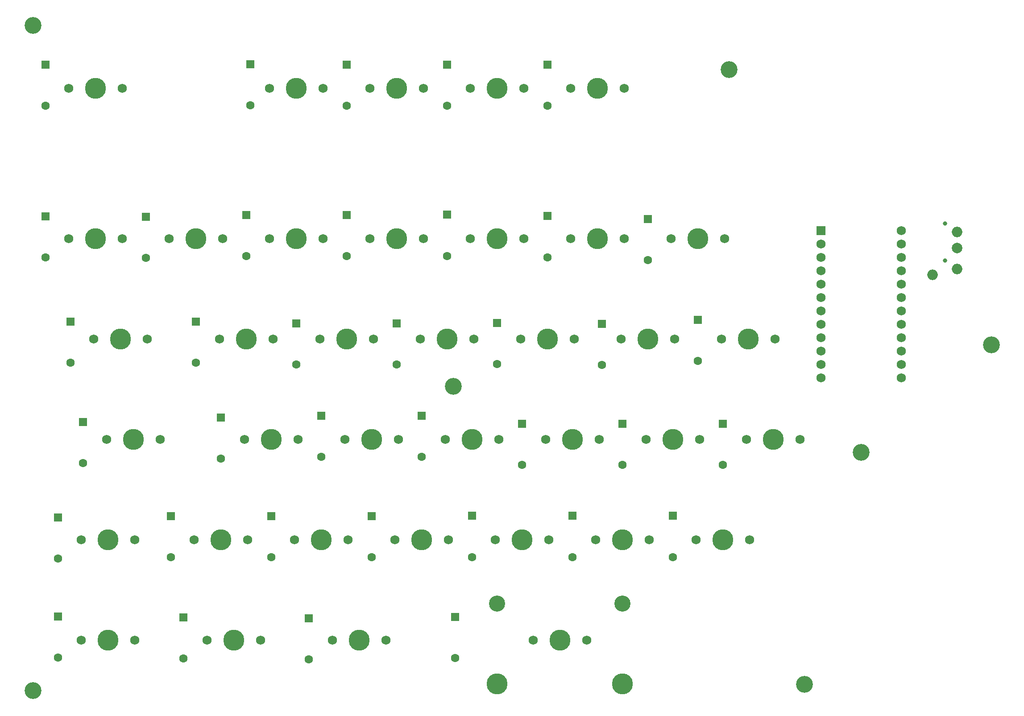
<source format=gbr>
%TF.GenerationSoftware,KiCad,Pcbnew,(5.1.4)-1*%
%TF.CreationDate,2021-04-07T12:38:03+03:00*%
%TF.ProjectId,SplitH,53706c69-7448-42e6-9b69-6361645f7063,rev?*%
%TF.SameCoordinates,Original*%
%TF.FileFunction,Soldermask,Top*%
%TF.FilePolarity,Negative*%
%FSLAX46Y46*%
G04 Gerber Fmt 4.6, Leading zero omitted, Abs format (unit mm)*
G04 Created by KiCad (PCBNEW (5.1.4)-1) date 2021-04-07 12:38:03*
%MOMM*%
%LPD*%
G04 APERTURE LIST*
%ADD10C,1.750000*%
%ADD11C,3.987800*%
%ADD12C,1.752600*%
%ADD13R,1.752600X1.752600*%
%ADD14C,3.200000*%
%ADD15C,3.048000*%
%ADD16C,1.600000*%
%ADD17R,1.600000X1.600000*%
%ADD18O,2.000000X2.000000*%
%ADD19C,0.800000*%
%ADD20C,2.000000*%
G04 APERTURE END LIST*
D10*
%TO.C,SW8*%
X52705200Y-57150240D03*
X42545200Y-57150240D03*
D11*
X47625200Y-57150240D03*
%TD*%
%TO.C,SW32*%
X133350000Y-76200000D03*
D10*
X128270000Y-76200000D03*
X138430000Y-76200000D03*
%TD*%
D12*
%TO.C,J1*%
X181451980Y-55626000D03*
X166211980Y-83566000D03*
X181451980Y-58166000D03*
X181451980Y-60706000D03*
X181451980Y-63246000D03*
X181451980Y-65786000D03*
X181451980Y-68326000D03*
X181451980Y-70866000D03*
X181451980Y-73406000D03*
X181451980Y-75946000D03*
X181451980Y-78486000D03*
X181451980Y-81026000D03*
X181451980Y-83566000D03*
X166211980Y-81026000D03*
X166211980Y-78486000D03*
X166211980Y-75946000D03*
X166211980Y-73406000D03*
X166211980Y-70866000D03*
X166211980Y-68326000D03*
X166211980Y-65786000D03*
X166211980Y-63246000D03*
X166211980Y-60706000D03*
X166211980Y-58166000D03*
D13*
X166211980Y-55626000D03*
%TD*%
D10*
%TO.C,SW10*%
X66992760Y-95250400D03*
X56832760Y-95250400D03*
D11*
X61912760Y-95250400D03*
%TD*%
D10*
%TO.C,SW16*%
X86042840Y-95250400D03*
X75882840Y-95250400D03*
D11*
X80962840Y-95250400D03*
%TD*%
D10*
%TO.C,SW18*%
X83661580Y-133350560D03*
X73501580Y-133350560D03*
D11*
X78581580Y-133350560D03*
%TD*%
%TO.C,SW38*%
X152400000Y-76200000D03*
D10*
X147320000Y-76200000D03*
X157480000Y-76200000D03*
%TD*%
%TO.C,SW5*%
X36036380Y-114300480D03*
X25876380Y-114300480D03*
D11*
X30956380Y-114300480D03*
%TD*%
D10*
%TO.C,SW3*%
X38417640Y-76200320D03*
X28257640Y-76200320D03*
D11*
X33337640Y-76200320D03*
%TD*%
D14*
%TO.C,REF\002A\002A*%
X96441030Y-85130060D03*
%TD*%
D11*
%TO.C,SW24*%
X116681250Y-133350000D03*
D10*
X111601250Y-133350000D03*
X121761250Y-133350000D03*
D15*
X104775000Y-126365000D03*
X128587500Y-126365000D03*
D11*
X104775000Y-141605000D03*
X128587500Y-141605000D03*
%TD*%
D16*
%TO.C,D32*%
X124618750Y-81092200D03*
D17*
X124618750Y-73292200D03*
%TD*%
D16*
%TO.C,D24*%
X96837500Y-136723450D03*
D17*
X96837500Y-128923450D03*
%TD*%
D11*
%TO.C,SW37*%
X142875000Y-57150000D03*
D10*
X137795000Y-57150000D03*
X147955000Y-57150000D03*
%TD*%
D11*
%TO.C,SW34*%
X128587500Y-114300000D03*
D10*
X123507500Y-114300000D03*
X133667500Y-114300000D03*
%TD*%
D11*
%TO.C,SW31*%
X123825000Y-57150000D03*
D10*
X118745000Y-57150000D03*
X128905000Y-57150000D03*
%TD*%
D11*
%TO.C,SW33*%
X138112500Y-95250000D03*
D10*
X133032500Y-95250000D03*
X143192500Y-95250000D03*
%TD*%
D11*
%TO.C,SW39*%
X157162500Y-95250000D03*
D10*
X152082500Y-95250000D03*
X162242500Y-95250000D03*
%TD*%
D11*
%TO.C,SW40*%
X147637500Y-114300000D03*
D10*
X142557500Y-114300000D03*
X152717500Y-114300000D03*
%TD*%
D16*
%TO.C,D31*%
X114300000Y-60642200D03*
D17*
X114300000Y-52842200D03*
%TD*%
D11*
%TO.C,SW7*%
X66675000Y-28575000D03*
D10*
X61595000Y-28575000D03*
X71755000Y-28575000D03*
%TD*%
D16*
%TO.C,D37*%
X133350000Y-61179700D03*
D17*
X133350000Y-53379700D03*
%TD*%
D16*
%TO.C,D7*%
X57943750Y-31810950D03*
D17*
X57943750Y-24010950D03*
%TD*%
D10*
%TO.C,SW21*%
X100330400Y-76200320D03*
X90170400Y-76200320D03*
D11*
X95250400Y-76200320D03*
%TD*%
D10*
%TO.C,SW25*%
X128905000Y-28575120D03*
X118745000Y-28575120D03*
D11*
X123825000Y-28575120D03*
%TD*%
D10*
%TO.C,SW26*%
X109855000Y-57150000D03*
X99695000Y-57150000D03*
D11*
X104775000Y-57150000D03*
%TD*%
D10*
%TO.C,SW14*%
X71755280Y-57150240D03*
X61595280Y-57150240D03*
D11*
X66675280Y-57150240D03*
%TD*%
D10*
%TO.C,SW2*%
X33655120Y-57150240D03*
X23495120Y-57150240D03*
D11*
X28575120Y-57150240D03*
%TD*%
D14*
%TO.C,REF\002A\002A*%
X173831980Y-97631660D03*
%TD*%
%TO.C,REF\002A\002A*%
X148828750Y-25003230D03*
%TD*%
%TO.C,REF\002A\002A*%
X16668820Y-142875600D03*
%TD*%
%TO.C,REF\002A\002A*%
X16668820Y-16668820D03*
%TD*%
%TO.C,REF\002A\002A*%
X198532550Y-77240175D03*
%TD*%
%TO.C,REF\002A\002A*%
X163116310Y-141684970D03*
%TD*%
D10*
%TO.C,SW12*%
X59848980Y-133350560D03*
X49688980Y-133350560D03*
D11*
X54768980Y-133350560D03*
%TD*%
D10*
%TO.C,SW6*%
X36036380Y-133350560D03*
X25876380Y-133350560D03*
D11*
X30956380Y-133350560D03*
%TD*%
D10*
%TO.C,SW4*%
X40798900Y-95250400D03*
X30638900Y-95250400D03*
D11*
X35718900Y-95250400D03*
%TD*%
D10*
%TO.C,SW29*%
X114617500Y-114300000D03*
X104457500Y-114300000D03*
D11*
X109537500Y-114300000D03*
%TD*%
D10*
%TO.C,SW28*%
X124142500Y-95250000D03*
X113982500Y-95250000D03*
D11*
X119062500Y-95250000D03*
%TD*%
D10*
%TO.C,SW27*%
X119380000Y-76200000D03*
X109220000Y-76200000D03*
D11*
X114300000Y-76200000D03*
%TD*%
D10*
%TO.C,SW23*%
X95567880Y-114300480D03*
X85407880Y-114300480D03*
D11*
X90487880Y-114300480D03*
%TD*%
D10*
%TO.C,SW22*%
X105092920Y-95250400D03*
X94932920Y-95250400D03*
D11*
X100012920Y-95250400D03*
%TD*%
D10*
%TO.C,SW20*%
X90805360Y-57150240D03*
X80645360Y-57150240D03*
D11*
X85725360Y-57150240D03*
%TD*%
D10*
%TO.C,SW19*%
X109855360Y-28575120D03*
X99695360Y-28575120D03*
D11*
X104775360Y-28575120D03*
%TD*%
D10*
%TO.C,SW17*%
X76517800Y-114300480D03*
X66357800Y-114300480D03*
D11*
X71437800Y-114300480D03*
%TD*%
D10*
%TO.C,SW15*%
X81280320Y-76200320D03*
X71120320Y-76200320D03*
D11*
X76200320Y-76200320D03*
%TD*%
D10*
%TO.C,SW13*%
X90805000Y-28575120D03*
X80645000Y-28575120D03*
D11*
X85725000Y-28575120D03*
%TD*%
D10*
%TO.C,SW11*%
X57467720Y-114300480D03*
X47307720Y-114300480D03*
D11*
X52387720Y-114300480D03*
%TD*%
D10*
%TO.C,SW9*%
X62230240Y-76200320D03*
X52070240Y-76200320D03*
D11*
X57150240Y-76200320D03*
%TD*%
D10*
%TO.C,SW1*%
X33655120Y-28575120D03*
X23495120Y-28575120D03*
D11*
X28575120Y-28575120D03*
%TD*%
D18*
%TO.C,J2*%
X187424000Y-63980000D03*
X192024000Y-62880000D03*
X192024000Y-55880000D03*
D19*
X189724000Y-61280000D03*
X189724000Y-54280000D03*
D20*
X192024000Y-58880000D03*
%TD*%
D16*
%TO.C,D40*%
X138112500Y-117535950D03*
D17*
X138112500Y-109735950D03*
%TD*%
%TO.C,D39*%
X147637500Y-92273450D03*
D16*
X147637500Y-100073450D03*
%TD*%
%TO.C,D38*%
X142875000Y-80298450D03*
D17*
X142875000Y-72498450D03*
%TD*%
D16*
%TO.C,D34*%
X119062500Y-117535950D03*
D17*
X119062500Y-109735950D03*
%TD*%
D16*
%TO.C,D33*%
X128587500Y-100073450D03*
D17*
X128587500Y-92273450D03*
%TD*%
D16*
%TO.C,D29*%
X100012500Y-117535950D03*
D17*
X100012500Y-109735950D03*
%TD*%
D16*
%TO.C,D28*%
X109537500Y-100073450D03*
D17*
X109537500Y-92273450D03*
%TD*%
D16*
%TO.C,D27*%
X104775000Y-80904700D03*
D17*
X104775000Y-73104700D03*
%TD*%
D16*
%TO.C,D26*%
X95250000Y-60385950D03*
D17*
X95250000Y-52585950D03*
%TD*%
D16*
%TO.C,D25*%
X114300000Y-31879700D03*
D17*
X114300000Y-24079700D03*
%TD*%
D16*
%TO.C,D23*%
X80962840Y-117605180D03*
D17*
X80962840Y-109805180D03*
%TD*%
D16*
%TO.C,D22*%
X90487880Y-98555100D03*
D17*
X90487880Y-90755100D03*
%TD*%
D16*
%TO.C,D21*%
X85725360Y-81023760D03*
D17*
X85725360Y-73223760D03*
%TD*%
D16*
%TO.C,D20*%
X76200320Y-60454940D03*
D17*
X76200320Y-52654940D03*
%TD*%
D16*
%TO.C,D19*%
X95250000Y-31879820D03*
D17*
X95250000Y-24079820D03*
%TD*%
D16*
%TO.C,D18*%
X69056540Y-136983370D03*
D17*
X69056540Y-129183370D03*
%TD*%
D16*
%TO.C,D17*%
X61912760Y-117605180D03*
D17*
X61912760Y-109805180D03*
%TD*%
D16*
%TO.C,D16*%
X71437800Y-98555100D03*
D17*
X71437800Y-90755100D03*
%TD*%
D16*
%TO.C,D15*%
X66675280Y-81023760D03*
D17*
X66675280Y-73223760D03*
%TD*%
D16*
%TO.C,D14*%
X57150240Y-60454940D03*
D17*
X57150240Y-52654940D03*
%TD*%
D16*
%TO.C,D13*%
X76200000Y-31879820D03*
D17*
X76200000Y-24079820D03*
%TD*%
D16*
%TO.C,D12*%
X45243940Y-136774000D03*
D17*
X45243940Y-128974000D03*
%TD*%
D16*
%TO.C,D11*%
X42862680Y-117605180D03*
D17*
X42862680Y-109805180D03*
%TD*%
D16*
%TO.C,D10*%
X52387720Y-98883210D03*
D17*
X52387720Y-91083210D03*
%TD*%
D16*
%TO.C,D9*%
X47625200Y-80695650D03*
D17*
X47625200Y-72895650D03*
%TD*%
D16*
%TO.C,D8*%
X38100160Y-60783050D03*
D17*
X38100160Y-52983050D03*
%TD*%
D16*
%TO.C,D6*%
X21431340Y-136655260D03*
D17*
X21431340Y-128855260D03*
%TD*%
D16*
%TO.C,D5*%
X21431340Y-117814550D03*
D17*
X21431340Y-110014550D03*
%TD*%
D16*
%TO.C,D4*%
X26193860Y-99745730D03*
D17*
X26193860Y-91945730D03*
%TD*%
D16*
%TO.C,D3*%
X23812600Y-80695650D03*
D17*
X23812600Y-72895650D03*
%TD*%
D16*
%TO.C,D2*%
X19050080Y-60664310D03*
D17*
X19050080Y-52864310D03*
%TD*%
D16*
%TO.C,D1*%
X19050080Y-31879820D03*
D17*
X19050080Y-24079820D03*
%TD*%
M02*

</source>
